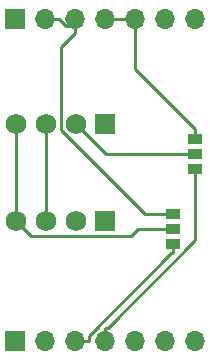
<source format=gtl>
G04 #@! TF.FileFunction,Copper,L1,Top,Signal*
%FSLAX46Y46*%
G04 Gerber Fmt 4.6, Leading zero omitted, Abs format (unit mm)*
G04 Created by KiCad (PCBNEW 4.0.7-e1-6374~58~ubuntu16.04.1) date Wed Aug  2 16:45:54 2017*
%MOMM*%
%LPD*%
G01*
G04 APERTURE LIST*
%ADD10C,0.100000*%
%ADD11R,1.750000X1.750000*%
%ADD12C,1.750000*%
%ADD13R,1.700000X1.700000*%
%ADD14O,1.700000X1.700000*%
%ADD15R,1.270000X0.970000*%
%ADD16C,0.250000*%
G04 APERTURE END LIST*
D10*
D11*
X155575000Y-117475000D03*
D12*
X153075000Y-117475000D03*
X150575000Y-117475000D03*
X148075000Y-117475000D03*
D11*
X155575000Y-109220000D03*
D12*
X153075000Y-109220000D03*
X150575000Y-109220000D03*
X148075000Y-109220000D03*
D13*
X147955000Y-127635000D03*
D14*
X150495000Y-127635000D03*
X153035000Y-127635000D03*
X155575000Y-127635000D03*
X158115000Y-127635000D03*
X160655000Y-127635000D03*
X163195000Y-127635000D03*
D13*
X147955000Y-100330000D03*
D14*
X150495000Y-100330000D03*
X153035000Y-100330000D03*
X155575000Y-100330000D03*
X158115000Y-100330000D03*
X160655000Y-100330000D03*
X163195000Y-100330000D03*
D15*
X161290000Y-116840000D03*
X161290000Y-118110000D03*
X161290000Y-119380000D03*
X163195000Y-110490000D03*
X163195000Y-111760000D03*
X163195000Y-113030000D03*
D16*
X155615000Y-111760000D02*
X153075000Y-109220000D01*
X163195000Y-111760000D02*
X155615000Y-111760000D01*
X150575000Y-109220000D02*
X150575000Y-117475000D01*
X149295600Y-118695600D02*
X148075000Y-117475000D01*
X157772100Y-118695600D02*
X149295600Y-118695600D01*
X158357700Y-118110000D02*
X157772100Y-118695600D01*
X161290000Y-118110000D02*
X158357700Y-118110000D01*
X148075000Y-109220000D02*
X148075000Y-117475000D01*
X154210300Y-127168700D02*
X154210300Y-127635000D01*
X161188700Y-120190300D02*
X154210300Y-127168700D01*
X161290000Y-120190300D02*
X161188700Y-120190300D01*
X161290000Y-119380000D02*
X161290000Y-120190300D01*
X153035000Y-127635000D02*
X154210300Y-127635000D01*
X155795400Y-126459700D02*
X155575000Y-126459700D01*
X163195000Y-119060100D02*
X155795400Y-126459700D01*
X163195000Y-113030000D02*
X163195000Y-119060100D01*
X155575000Y-127635000D02*
X155575000Y-126459700D01*
X151859700Y-102680600D02*
X153035000Y-101505300D01*
X151859700Y-109717000D02*
X151859700Y-102680600D01*
X158982700Y-116840000D02*
X151859700Y-109717000D01*
X161290000Y-116840000D02*
X158982700Y-116840000D01*
X153035000Y-100330000D02*
X153035000Y-100917600D01*
X153035000Y-100917600D02*
X153035000Y-101505300D01*
X152257900Y-100917600D02*
X151670300Y-100330000D01*
X153035000Y-100917600D02*
X152257900Y-100917600D01*
X150495000Y-100330000D02*
X151670300Y-100330000D01*
X163195000Y-110490000D02*
X163195000Y-109679700D01*
X155575000Y-100330000D02*
X156750300Y-100330000D01*
X158115000Y-104599700D02*
X158115000Y-100330000D01*
X163195000Y-109679700D02*
X158115000Y-104599700D01*
X158115000Y-100330000D02*
X156750300Y-100330000D01*
M02*

</source>
